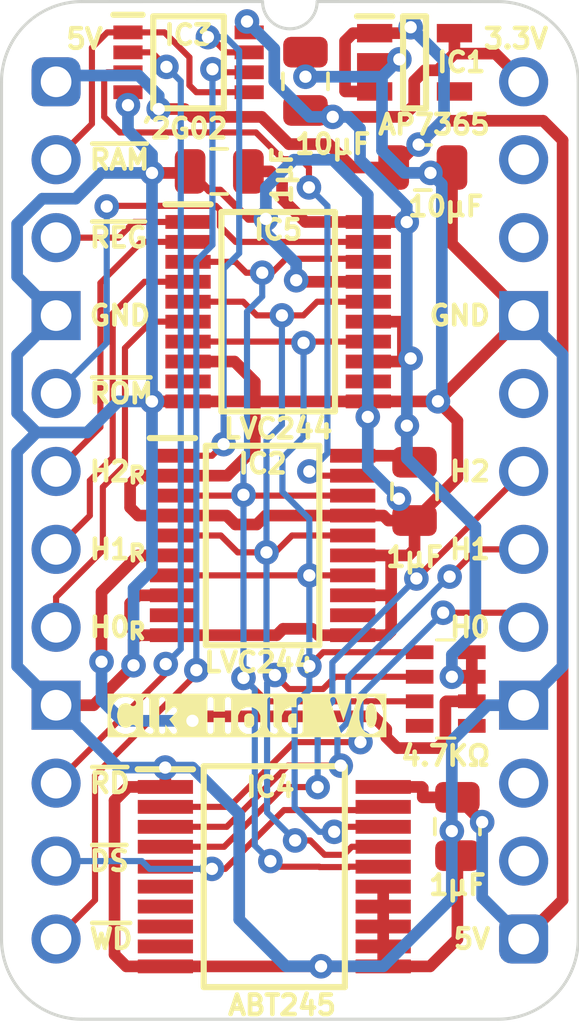
<source format=kicad_pcb>
(kicad_pcb (version 20241229) (generator "pcbnew") (generator_version "9.0")
  (title_block (title "Clock Hold Standard") (date "2024-02-16") (rev "V0"))
  (layers (0 "F.Cu" signal) (2 "B.Cu" signal) (13 "F.Paste" user) (15 "B.Paste" user) (5 "F.SilkS" user "F.Silkscreen") (7 "B.SilkS" user "B.Silkscreen") (1 "F.Mask" user) (3 "B.Mask" user) (25 "Edge.Cuts" user))
  (net 0 "")
  (net 1 "3.3V")
  (net 2 "GND")
  (net 3 "5V")
  (net 7 "~{Device RAM}")
  (net 10 "/~{RAM}+~{RD}")
  (net 11 "/H0")
  (net 12 "/H1")
  (net 13 "/H2")
  (net 14 "/~{RAM}+~{WD}")
  (net 15 "~{WD}")
  (net 16 "~{RD}")
  (net 17 "~{Device Select}")
  (net 18 "H0_{OUT}")
  (net 19 "H1_{OUT}")
  (net 22 "H2_{OUT}")
  (net 24 "~{Device ROM}")
  (net 32 "H0_{REG}")
  (net 35 "H1_{REG}")
  (net 36 "~{Device Registers}")
  (net 37 "H2_{REG}")
  (footprint "SamacSys_Parts:C_0805" (layer "F.Cu") (at 13.081 24.257 180)
    (property "Reference" "C4" (hide yes))
    (property "Value" "1μF")
  )
  (footprint "SamacSys_Parts:C_0805" (layer "F.Cu") (at 11.938 2.794 -90)
    (property "Reference" "C10" (hide yes))
    (property "Value" "10µF")
  )
  (footprint "SamacSys_Parts:SOT95P285X130-5N" (layer "F.Cu") (at 11.684 -0.635)
    (property "Reference" "IC1")
    (property "Value" "AP7365-33WG-7" (hide yes))
  )
  (footprint "SamacSys_Parts:DIP-24_Board_W15.24mm" (layer "F.Cu") (at 0 0)
    (property "Reference" "J1" (hide yes))
    (property "Value" "Board 2x12 W15.24mm" (hide yes))
    (fp_line (start -1.778 27.94) (end -1.778 0) (stroke (width 0.1)) (layer "Edge.Cuts"))
    (fp_line (start 6.731 -2.6162) (end 0.835732 -2.613732) (stroke (width 0.1)) (layer "Edge.Cuts"))
    (fp_line (start 14.404267 -2.613733) (end 8.509 -2.6162) (stroke (width 0.1)) (layer "Edge.Cuts"))
    (fp_line (start 14.404268 30.553732) (end 0.835733 30.553733) (stroke (width 0.1)) (layer "Edge.Cuts"))
    (fp_line (start 17.018 27.94) (end 17.017999 -0.000001) (stroke (width 0.1)) (layer "Edge.Cuts"))
    (fp_arc (start -1.778 0) (mid -1.012456 -1.848188) (end 0.835732 -2.613732) (stroke (width 0.1)) (layer "Edge.Cuts"))
    (fp_arc (start 0.835733 30.553733) (mid -1.012456 29.788189) (end -1.778 27.94) (stroke (width 0.1)) (layer "Edge.Cuts"))
    (fp_arc (start 8.509 -2.6162) (mid 7.62 -1.7272) (end 6.731 -2.6162) (stroke (width 0.1)) (layer "Edge.Cuts"))
    (fp_arc (start 14.404267 -2.613733) (mid 16.252455 -1.848189) (end 17.017999 -0.000001) (stroke (width 0.1)) (layer "Edge.Cuts"))
    (fp_arc (start 17.018 27.94) (mid 16.252455 29.788187) (end 14.404268 30.553732) (stroke (width 0.1)) (layer "Edge.Cuts"))
  )
  (footprint "SamacSys_Parts:SOP65P400X110-8N" (layer "F.Cu") (at 4.318 -0.635)
    (property "Reference" "IC3")
    (property "Value" "74LVC2G02DP,125" (hide yes))
  )
  (footprint "SamacSys_Parts:SOP65P640X110-20N" (layer "F.Cu") (at 6.731 15.113)
    (property "Reference" "IC2")
    (property "Value" "74LVC244APW,118" (hide yes))
  )
  (footprint "SamacSys_Parts:C_0805" (layer "F.Cu") (at 5.334 2.921 90)
    (property "Reference" "C2" (hide yes))
    (property "Value" "1μF")
  )
  (footprint "SamacSys_Parts:C_0805" (layer "F.Cu") (at 8.128 0)
    (property "Reference" "C11" (hide yes))
    (property "Value" "10µF")
  )
  (footprint "SamacSys_Parts:SOP65P640X110-20N" (layer "F.Cu") (at 7.239 7.493)
    (property "Reference" "IC5")
    (property "Value" "74LVC244APW,118" (hide yes))
  )
  (footprint "SamacSys_Parts:CAY16-F4" (layer "F.Cu") (at 12.7 19.812 180)
    (property "Reference" "RN1" (hide yes))
    (property "Value" "CAY16-472J4LF" (hide yes))
  )
  (footprint "SamacSys_Parts:C_0805" (layer "F.Cu") (at 11.684 13.335 180)
    (property "Reference" "C1" (hide yes))
    (property "Value" "1μF")
  )
  (footprint "SamacSys_Parts:SOP65P780X200-20N" (layer "F.Cu") (at 7.112 25.908)
    (property "Reference" "IC4")
    (property "Value" "SN74ABT245BDBR" (hide yes))
  )
  (gr_text "5V" (at 0.254 -1.397 0) (layer "F.SilkS") (effects (font (size 0.635 0.635) (thickness 0.15) (bold yes)) (justify left)))
  (gr_text "~{WD}" (at 1.016 27.94 0) (layer "F.SilkS") (effects (font (size 0.635 0.635) (thickness 0.15) (bold yes)) (justify left)))
  (gr_text "~{DS}" (at 1.016 25.4 0) (layer "F.SilkS") (effects (font (size 0.635 0.635) (thickness 0.15) (bold yes)) (justify left)))
  (gr_text "~{REG}" (at 1.016 5.08 0) (layer "F.SilkS") (effects (font (size 0.635 0.635) (thickness 0.15) (bold yes)) (justify left)))
  (gr_text "Clk Hold V0" (at 6.223 20.701 0) (layer "F.SilkS" knockout) (effects (font (size 1 1) (thickness 0.2) (bold yes))))
  (gr_text "GND" (at 14.224 7.62 0) (layer "F.SilkS") (effects (font (size 0.635 0.635) (thickness 0.15) (bold yes)) (justify right)))
  (gr_text "H2" (at 14.224 12.7 0) (layer "F.SilkS") (effects (font (size 0.635 0.635) (thickness 0.15) (bold yes)) (justify right)))
  (gr_text "H1" (at 14.224 15.24 0) (layer "F.SilkS") (effects (font (size 0.635 0.635) (thickness 0.15) (bold yes)) (justify right)))
  (gr_text "~{RAM}" (at 1.016 2.54 0) (layer "F.SilkS") (effects (font (size 0.635 0.635) (thickness 0.15) (bold yes)) (justify left)))
  (gr_text "~{RD}" (at 1.016 22.86 0) (layer "F.SilkS") (effects (font (size 0.635 0.635) (thickness 0.15) (bold yes)) (justify left)))
  (gr_text "~{ROM}" (at 1.016 10.16 0) (layer "F.SilkS") (effects (font (size 0.635 0.635) (thickness 0.15) (bold yes)) (justify left)))
  (gr_text "H1_{R}" (at 1.016 15.24 0) (layer "F.SilkS") (effects (font (size 0.635 0.635) (thickness 0.15) (bold yes)) (justify left)))
  (gr_text "GND" (at 1.016 7.62 0) (layer "F.SilkS") (effects (font (size 0.635 0.635) (thickness 0.15) (bold yes)) (justify left)))
  (gr_text "H2_{R}" (at 1.016 12.7 0) (layer "F.SilkS") (effects (font (size 0.635 0.635) (thickness 0.15) (bold yes)) (justify left)))
  (gr_text "H0_{R}" (at 1.016 17.78 0) (layer "F.SilkS") (effects (font (size 0.635 0.635) (thickness 0.15) (bold yes)) (justify left)))
  (gr_text "5V" (at 14.224 27.94 0) (layer "F.SilkS") (effects (font (size 0.635 0.635) (thickness 0.15) (bold yes)) (justify right)))
  (gr_text "3.3V" (at 14.986 -1.778 0) (layer "F.SilkS") (effects (font (size 0.635 0.635) (thickness 0.15) (bold yes)) (justify top)))
  (gr_text "H0" (at 14.224 17.78 0) (layer "F.SilkS") (effects (font (size 0.635 0.635) (thickness 0.15) (bold yes)) (justify right)))
  (segment (start 6.223081 -1.679919) (end 6.293 -1.61) (width 0.38) (layer "F.Cu") (net 1))
  (segment (start 10.760877 21.100181) (end 10.343494 20.6828) (width 0.38) (layer "F.Cu") (net 1))
  (segment (start 12.984 -1.585) (end 12.984 -0.919) (width 0.38) (layer "F.Cu") (net 1))
  (segment (start 6.223081 -1.965987) (end 6.223081 -1.679919) (width 0.38) (layer "F.Cu") (net 1))
  (segment (start 12.69 20.2228) (end 12.69 21.463) (width 0.38) (layer "F.Cu") (net 1))
  (segment (start 12.69 21.463) (end 12.436 21.717) (width 0.38) (layer "F.Cu") (net 1))
  (segment (start 4.5902 20.6828) (end 4.445 20.828) (width 0.38) (layer "F.Cu") (net 1))
  (segment (start 8.807995 0.934) (end 9.017 1.143005) (width 0.38) (layer "F.Cu") (net 1))
  (segment (start 13.55 19.3928) (end 13.55 20.1928) (width 0.38) (layer "F.Cu") (net 1))
  (segment (start 11.672995 -0.028995) (end 12.019 -0.375) (width 0.38) (layer "F.Cu") (net 1))
  (segment (start 11.2945 7.818) (end 11.3045 7.828) (width 0.38) (layer "F.Cu") (net 1))
  (segment (start 6.268 2.921) (end 6.985 2.921) (width 0.38) (layer "F.Cu") (net 1))
  (segment (start 2.6755 15.438) (end 1.481138 16.632362) (width 0.38) (layer "F.Cu") (net 1))
  (segment (start 11.29199 1.143005) (end 11.672995 0.762) (width 0.38) (layer "F.Cu") (net 1))
  (segment (start 13.55 19.3928) (end 13.55 18.5928) (width 0.38) (layer "F.Cu") (net 1))
  (segment (start 12.72 20.1928) (end 12.69 20.2228) (width 0.38) (layer "F.Cu") (net 1))
  (segment (start 11.2945 9.118) (end 10.177 9.118) (width 0.38) (layer "F.Cu") (net 1))
  (segment (start 1.481138 16.632362) (end 1.481138 18.903074) (width 0.38) (layer "F.Cu") (net 1))
  (segment (start 11.1192 21.717) (end 10.760877 21.358677) (width 0.38) (layer "F.Cu") (net 1))
  (segment (start 10.760877 21.358677) (end 10.760877 21.100181) (width 0.38) (layer "F.Cu") (net 1))
  (segment (start 9.017 1.143005) (end 11.29199 1.143005) (width 0.38) (layer "F.Cu") (net 1))
  (segment (start 6.985 2.921) (end 7.366 3.302) (width 0.38) (layer "F.Cu") (net 1))
  (segment (start 12.44 -0.375) (end 12.984 -0.919) (width 0.38) (layer "F.Cu") (net 1))
  (segment (start 13.55 20.1928) (end 12.72 20.1928) (width 0.38) (layer "F.Cu") (net 1))
  (segment (start 11.433536 12.150536) (end 11.433536 11.208) (width 0.38) (layer "F.Cu") (net 1))
  (segment (start 11.672995 0.762) (end 11.672995 -0.028995) (width 0.38) (layer "F.Cu") (net 1))
  (segment (start 3.793 15.438) (end 2.6755 15.438) (width 0.38) (layer "F.Cu") (net 1))
  (segment (start 10.177 7.818) (end 11.2945 7.818) (width 0.38) (layer "F.Cu") (net 1))
  (segment (start 12.019 -0.375) (end 12.44 -0.375) (width 0.38) (layer "F.Cu") (net 1))
  (segment (start 11.3045 7.828) (end 11.3045 9.108) (width 0.38) (layer "F.Cu") (net 1))
  (segment (start 8.128 0.934) (end 8.807995 0.934) (width 0.38) (layer "F.Cu") (net 1))
  (segment (start 9.669 12.188) (end 11.389 12.188) (width 0.38) (layer "F.Cu") (net 1))
  (segment (start 11.43 4.572) (end 10.181 4.572) (width 0.38) (layer "F.Cu") (net 1))
  (segment (start 8.124 4.568) (end 10.177 4.568) (width 0.38) (layer "F.Cu") (net 1))
  (segment (start 7.366 3.81) (end 8.124 4.568) (width 0.38) (layer "F.Cu") (net 1))
  (segment (start 11.3045 9.108) (end 11.2945 9.118) (width 0.38) (layer "F.Cu") (net 1))
  (segment (start 7.366 3.302) (end 7.366 3.81) (width 0.38) (layer "F.Cu") (net 1))
  (segment (start 10.343494 20.6828) (end 4.5902 20.6828) (width 0.38) (layer "F.Cu") (net 1))
  (segment (start 12.984 -0.919) (end 14.321 -0.919) (width 0.38) (layer "F.Cu") (net 1))
  (segment (start 12.436 21.717) (end 11.1192 21.717) (width 0.38) (layer "F.Cu") (net 1))
  (segment (start 13.55 19.3928) (end 12.900002 19.3928) (width 0.38) (layer "F.Cu") (net 1))
  (segment (start 14.321 -0.919) (end 15.24 0) (width 0.38) (layer "F.Cu") (net 1))
  (via (at 6.223081 -1.965987) (size 0.8) (drill 0.4) (layers "F.Cu" "B.Cu") (net 1))
  (via (at 11.433536 11.208) (size 0.8) (drill 0.4) (layers "F.Cu" "B.Cu") (net 1))
  (via (at 12.900002 19.3928) (size 0.8) (drill 0.4) (layers "F.Cu" "B.Cu") (net 1))
  (via (at 4.445 20.828) (size 0.8) (drill 0.4) (layers "F.Cu" "B.Cu") (net 1))
  (via (at 9.017 1.143005) (size 0.8) (drill 0.4) (layers "F.Cu" "B.Cu") (net 1))
  (via (at 11.43 4.572) (size 0.8) (drill 0.4) (layers "F.Cu" "B.Cu") (net 1))
  (via (at 1.481138 18.903074) (size 0.8) (drill 0.4) (layers "F.Cu" "B.Cu") (net 1))
  (via (at 11.557 9.017) (size 0.8) (drill 0.4) (layers "F.Cu" "B.Cu") (net 1))
  (segment (start 11.43 4.572) (end 11.43 8.89) (width 0.38) (layer "B.Cu") (net 1))
  (segment (start 11.43 8.89) (end 11.557 9.017) (width 0.38) (layer "B.Cu") (net 1))
  (segment (start 11.557 9.017) (end 11.433536 9.140464) (width 0.38) (layer "B.Cu") (net 1))
  (segment (start 9.525005 1.143005) (end 9.906 1.524) (width 0.38) (layer "B.Cu") (net 1))
  (segment (start 2.159 20.828) (end 4.445 20.828) (width 0.38) (layer "B.Cu") (net 1))
  (segment (start 9.017 1.143005) (end 9.525005 1.143005) (width 0.38) (layer "B.Cu") (net 1))
  (segment (start 6.223081 -1.965987) (end 7.112 -1.077068) (width 0.38) (layer "B.Cu") (net 1))
  (segment (start 12.900002 18.673998) (end 13.667 17.907) (width 0.38) (layer "B.Cu") (net 1))
  (segment (start 9.906 1.524) (end 9.906 2.54) (width 0.38) (layer "B.Cu") (net 1))
  (segment (start 11.433536 12.273268) (end 11.433536 11.208) (width 0.38) (layer "B.Cu") (net 1))
  (segment (start 8.264651 1.143005) (end 9.017 1.143005) (width 0.38) (layer "B.Cu") (net 1))
  (segment (start 7.112 -1.077068) (end 7.112 -0.009646) (width 0.38) (layer "B.Cu") (net 1))
  (segment (start 1.481138 18.903074) (end 1.481138 20.150138) (width 0.38) (layer "B.Cu") (net 1))
  (segment (start 11.433536 9.140464) (end 11.433536 11.208) (width 0.38) (layer "B.Cu") (net 1))
  (segment (start 12.900002 19.3928) (end 12.900002 18.673998) (width 0.38) (layer "B.Cu") (net 1))
  (segment (start 13.667 14.506732) (end 11.433536 12.273268) (width 0.38) (layer "B.Cu") (net 1))
  (segment (start 13.667 17.907) (end 13.667 14.506732) (width 0.38) (layer "B.Cu") (net 1))
  (segment (start 11.43 4.572) (end 11.43 4.064) (width 0.38) (layer "B.Cu") (net 1))
  (segment (start 11.43 4.064) (end 9.906 2.54) (width 0.38) (layer "B.Cu") (net 1))
  (segment (start 1.481138 20.150138) (end 2.159 20.828) (width 0.38) (layer "B.Cu") (net 1))
  (segment (start 7.112 -0.009646) (end 8.264651 1.143005) (width 0.38) (layer "B.Cu") (net 1))
  (segment (start 8.128 -0.966) (end 8.128 -0.165504) (width 0.38) (layer "F.Cu") (net 2))
  (segment (start 6.477 9.779) (end 5.816 9.118) (width 0.38) (layer "F.Cu") (net 2))
  (segment (start 11.684 14.301) (end 11.176 13.793) (width 0.38) (layer "F.Cu") (net 2))
  (segment (start 3.793 12.838) (end 5.577 12.838) (width 0.38) (layer "F.Cu") (net 2))
  (segment (start 2.7005 12.838) (end 3.793 12.838) (width 0.38) (layer "F.Cu") (net 2))
  (segment (start 8.3425 17.829) (end 7.39906 17.829) (width 0.38) (layer "F.Cu") (net 2))
  (segment (start 2.29 28.833) (end 3.562 28.833) (width 0.38) (layer "F.Cu") (net 2))
  (segment (start 2.6755 16.738) (end 2.413 17.0005) (width 0.38) (layer "F.Cu") (net 2))
  (segment (start 6.542501 14.429) (end 6.833501 14.138) (width 0.38) (layer "F.Cu") (net 2))
  (segment (start 0 20.32) (end 1.223532 20.32) (width 0.38) (layer "F.Cu") (net 2))
  (segment (start 7.39906 17.829) (end 7.19006 18.038) (width 0.38) (layer "F.Cu") (net 2))
  (segment (start 8.632 28.833) (end 8.636 28.829) (width 0.38) (layer "F.Cu") (net 2))
  (segment (start 4.301 10.418) (end 6.477 10.418) (width 0.38) (layer "F.Cu") (net 2))
  (segment (start 2.6755 14.138) (end 2.413 13.8755) (width 0.38) (layer "F.Cu") (net 2))
  (segment (start 2.6755 18.038) (end 2.524745 18.188755) (width 0.38) (layer "F.Cu") (net 2))
  (segment (start 2.413 13.8755) (end 2.413 13.1255) (width 0.38) (layer "F.Cu") (net 2))
  (segment (start 5.34595 3.54405) (end 6.271169 4.469269) (width 0.25) (layer "F.Cu") (net 2))
  (segment (start 13.081 27.94) (end 12.188 28.833) (width 0.38) (layer "F.Cu") (net 2))
  (segment (start 6.271169 4.469269) (end 6.837329 4.469269) (width 0.25) (layer "F.Cu") (net 2))
  (segment (start 15.24 7.620004) (end 12.446004 10.414) (width 0.38) (layer "F.Cu") (net 2))
  (segment (start 7.876096 6.518) (end 7.826096 6.468) (width 0.38) (layer "F.Cu") (net 2))
  (segment (start 3.562 22.983) (end 2.347964 22.983) (width 0.38) (layer "F.Cu") (net 2))
  (segment (start 10.662 28.833) (end 8.64 28.833) (width 0.38) (layer "F.Cu") (net 2))
  (segment (start 6.833501 14.138) (end 9.669 14.138) (width 0.38) (layer "F.Cu") (net 2))
  (segment (start 2.413 17.7755) (end 2.6755 18.038) (width 0.38) (layer "F.Cu") (net 2))
  (segment (start 3.562 28.833) (end 8.632 28.833) (width 0.38) (layer "F.Cu") (net 2))
  (segment (start 5.577 12.838) (end 6.477 11.938) (width 0.38) (layer "F.Cu") (net 2))
  (segment (start 9.669 18.038) (end 10.7865 18.038) (width 0.38) (layer "F.Cu") (net 2))
  (segment (start 10.16 10.435) (end 10.16 10.922) (width 0.38) (layer "F.Cu") (net 2))
  (segment (start 13.081 11.048996) (end 12.446004 10.414) (width 0.38) (layer "F.Cu") (net 2))
  (segment (start 5.555621 14.138) (end 5.846621 14.429) (width 0.38) (layer "F.Cu") (net 2))
  (segment (start 10.662 28.833) (end 10.662 28.183) (width 0.38) (layer "F.Cu") (net 2))
  (segment (start 12.442004 10.418) (end 12.446004 10.414) (width 0.38) (layer "F.Cu") (net 2))
  (segment (start 8.5515 18.038) (end 8.3425 17.829) (width 0.38) (layer "F.Cu") (net 2))
  (segment (start 10.384 -0.635) (end 11.09248 -0.635) (width 0.38) (layer "F.Cu") (net 2))
  (segment (start 4.301 10.418) (end 3.126 10.418) (width 0.38) (layer "F.Cu") (net 2))
  (segment (start 5.816 9.118) (end 4.301 9.118) (width 0.38) (layer "F.Cu") (net 2))
  (segment (start 11.486 15.438) (end 11.684 15.24) (width 0.38) (layer "F.Cu") (net 2))
  (segment (start 11.684 14.301) (end 13.081 12.904) (width 0.38) (layer "F.Cu") (net 2))
  (segment (start 11.684 15.24) (end 11.684 14.301) (width 0.38) (layer "F.Cu") (net 2))
  (segment (start 3.562 22.358) (end 3.562 22.983) (width 0.38) (layer "F.Cu") (net 2))
  (segment (start 11.09248 -0.635) (end 11.18875 -0.73127) (width 0.38) (layer "F.Cu") (net 2))
  (segment (start 12.904 5.284) (end 12.904 2.794) (width 0.38) (layer "F.Cu") (net 2))
  (segment (start 13.081 24.96774) (end 12.8985 24.78524) (width 0.38) (layer "F.Cu") (net 2))
  (segment (start 12.377544 2.794) (end 12.202701 2.968843) (width 0.38) (layer "F.Cu") (net 2))
  (segment (start 12.8985 24.78524) (end 12.8985 24.423) (width 0.38) (layer "F.Cu") (net 2))
  (segment (start 10.821 16.738) (end 9.669 16.738) (width 0.38) (layer "F.Cu") (net 2))
  (segment (start 10.922 16.839) (end 10.821 16.738) (width 0.38) (layer "F.Cu") (net 2))
  (segment (start 3.793 14.138) (end 5.555621 14.138) (width 0.38) (layer "F.Cu") (net 2))
  (segment (start 2.413 17.0005) (end 2.413 17.7755) (width 0.38) (layer "F.Cu") (net 2))
  (segment (start 10.177 6.518) (end 7.876096 6.518) (width 0.38) (layer "F.Cu") (net 2))
  (segment (start 3.793 16.738) (end 2.6755 16.738) (width 0.38) (layer "F.Cu") (net 2))
  (segment (start 10.7865 18.038) (end 10.922 17.9025) (width 0.38) (layer "F.Cu") (net 2))
  (segment (start 3.556 22.352) (end 3.562 22.358) (width 0.38) (layer "F.Cu") (net 2))
  (segment (start 1.905 28.448) (end 2.29 28.833) (width 0.38) (layer "F.Cu") (net 2))
  (segment (start 6.477 11.938) (end 6.477 10.418) (width 0.38) (layer "F.Cu") (net 2))
  (segment (start 8.128 -0.165504) (end 8.128004 -0.1655) (width 0.38) (layer "F.Cu") (net 2))
  (segment (start 2.6755 18.038) (end 3.793 18.038) (width 0.38) (layer "F.Cu") (net 2))
  (segment (start 6.477 10.418) (end 6.477 9.779) (width 0.38) (layer "F.Cu") (net 2))
  (segment (start 10.177 10.418) (end 12.442004 10.418) (width 0.38) (layer "F.Cu") (net 2))
  (segment (start 10.922 15.438) (end 11.486 15.438) (width 0.38) (layer "F.Cu") (net 2))
  (segment (start 4.318997 2.970003) (end 3.125995 2.970003) (width 0.38) (layer "F.Cu") (net 2))
  (segment (start 2.524745 18.188755) (end 2.524745 19.018787) (width 0.38) (layer "F.Cu") (net 2))
  (segment (start 6.477 10.418) (end 10.177 10.418) (width 0.38) (layer "F.Cu") (net 2))
  (segment (start 10.922 15.438) (end 10.922 16.637) (width 0.38) (layer "F.Cu") (net 2))
  (segment (start 1.905 23.425964) (end 1.905 28.448) (width 0.38) (layer "F.Cu") (net 2))
  (segment (start 2.343 0.34) (end 2.343 0.762004) (width 0.38) (layer "F.Cu") (net 2))
  (segment (start 1.223532 20.32) (end 2.524745 19.018787) (width 0.38) (layer "F.Cu") (net 2))
  (segment (start 10.662 27.533) (end 10.662 26.883) (width 0.38) (layer "F.Cu") (net 2))
  (segment (start 8.64 28.833) (end 8.636 28.829) (width 0.38) (layer "F.Cu") (net 2))
  (segment (start 12.904 2.794) (end 12.377544 2.794) (width 0.38) (layer "F.Cu") (net 2))
  (segment (start 9.669 18.038) (end 8.5515 18.038) (width 0.38) (layer "F.Cu") (net 2))
  (segment (start 12.188 28.833) (end 10.662 28.833) (width 0.38) (layer "F.Cu") (net 2))
  (segment (start 2.347964 22.983) (end 1.905 23.425964) (width 0.38) (layer "F.Cu") (net 2))
  (segment (start 13.081 12.904) (end 13.081 11.048996) (width 0.38) (layer "F.Cu") (net 2))
  (segment (start 10.831 14.301) (end 10.668 14.138) (width 0.38) (layer "F.Cu") (net 2))
  (segment (start 2.413 13.1255) (end 2.7005 12.838) (width 0.38) (layer "F.Cu") (net 2))
  (segment (start 10.668 14.138) (end 9.669 14.138) (width 0.38) (layer "F.Cu") (net 2))
  (segment (start 9.669 15.438) (end 10.922 15.438) (width 0.38) (layer "F.Cu") (net 2))
  (segment (start 13.081 25.223) (end 13.081 27.94) (width 0.38) (layer "F.Cu") (net 2))
  (segment (start 10.662 28.183) (end 10.662 27.533) (width 0.38) (layer "F.Cu") (net 2))
  (segment (start 5.846621 14.429) (end 6.542501 14.429) (width 0.38) (layer "F.Cu") (net 2))
  (segment (start 11.684 14.301) (end 10.831 14.301) (width 0.38) (layer "F.Cu") (net 2))
  (segment (start 4.99105 3.54405) (end 5.34595 3.54405) (width 0.25) (layer "F.Cu") (net 2))
  (segment (start 3.793 14.138) (end 2.6755 14.138) (width 0.38) (layer "F.Cu") (net 2))
  (segment (start 10.922 16.637) (end 10.821 16.738) (width 0.38) (layer "F.Cu") (net 2))
  (segment (start 10.922 17.9025) (end 10.922 16.839) (width 0.38) (layer "F.Cu") (net 2))
  (segment (start 7.19006 18.038) (end 3.793 18.038) (width 0.38) (layer "F.Cu") (net 2))
  (segment (start 15.24 7.62) (end 12.904 5.284) (width 0.38) (layer "F.Cu") (net 2))
  (segment (start 10.662 26.233) (end 10.662 26.883) (width 0.38) (layer "F.Cu") (net 2))
  (segment (start 3.126 10.418) (end 3.125995 10.417995) (width 0.38) (layer "F.Cu") (net 2))
  (segment (start 11.176 13.793) (end 11.176 13.589) (width 0.38) (layer "F.Cu") (net 2))
  (segment (start 4.368 2.921) (end 4.99105 3.54405) (width 0.25) (layer "F.Cu") (net 2))
  (via (at 11.176 13.589) (size 0.8) (drill 0.4) (layers "F.Cu" "B.Cu") (net 2))
  (via (at 11.18875 -0.73127) (size 0.8) (drill 0.4) (layers "F.Cu" "B.Cu") (net 2))
  (via (at 6.837329 4.469269) (size 0.8) (drill 0.4) (layers "F.Cu" "B.Cu") (net 2))
  (via (at 3.125995 10.417995) (size 0.8) (drill 0.4) (layers "F.Cu" "B.Cu") (net 2))
  (via (at 2.343 0.762004) (size 0.8) (drill 0.4) (layers "F.Cu" "B.Cu") (net 2))
  (via (at 2.524745 19.018787) (size 0.8) (drill 0.4) (layers "F.Cu" "B.Cu") (net 2))
  (via (at 3.125995 2.970003) (size 0.8) (drill 0.4) (layers "F.Cu" "B.Cu") (net 2))
  (via (at 12.8985 24.423) (size 0.8) (drill 0.4) (layers "F.Cu" "B.Cu") (net 2))
  (via (at 10.16 10.922) (size 0.8) (drill 0.4) (layers "F.Cu" "B.Cu") (net 2))
  (via (at 3.556 22.352) (size 0.8) (drill 0.4) (layers "F.Cu" "B.Cu") (net 2))
  (via (at 8.636 28.829) (size 0.8) (drill 0.4) (layers "F.Cu" "B.Cu") (net 2))
  (via (at 7.826096 6.468) (size 0.8) (drill 0.4) (layers "F.Cu" "B.Cu") (net 2))
  (via (at 12.446004 10.414) (size 0.8) (drill 0.4) (layers "F.Cu" "B.Cu") (net 2))
  (via (at 12.202701 2.968843) (size 0.8) (drill 0.4) (layers "F.Cu" "B.Cu") (net 2))
  (via (at 8.128004 -0.1655) (size 0.8) (drill 0.4) (layers "F.Cu" "B.Cu") (net 2))
  (segment (start 12.8985 24.423) (end 12.8985 21.4815) (width 0.38) (layer "B.Cu") (net 2))
  (segment (start 8.128004 -0.1655) (end 10.62298 -0.1655) (width 0.38) (layer "B.Cu") (net 2))
  (segment (start 2.028005 10.417995) (end 3.125995 10.417995) (width 0.38) (layer "B.Cu") (net 2))
  (segment (start 6.837329 3.449671) (end 6.837329 4.469269) (width 0.38) (layer "B.Cu") (net 2))
  (segment (start 12.8985 26.5985) (end 12.8985 24.423) (width 0.38) (layer "B.Cu") (net 2))
  (segment (start 2.343 0.762004) (end 2.343 1.581) (width 0.38) (layer "B.Cu") (net 2))
  (segment (start 2.524745 16.51) (end 2.524745 19.018787) (width 0.38) (layer "B.Cu") (net 2))
  (segment (start -1.27 8.89) (end -1.27 10.795) (width 0.38) (layer "B.Cu") (net 2))
  (segment (start 1.016 11.43) (end 2.028005 10.417995) (width 0.38) (layer "B.Cu") (net 2))
  (segment (start 4.445 22.352) (end 5.969 23.876) (width 0.38) (layer "B.Cu") (net 2))
  (segment (start -0.449 3.81) (end 0.635 3.81) (width 0.38) (layer "B.Cu") (net 2))
  (segment (start 7.826096 5.921096) (end 6.837329 4.932329) (width 0.38) (layer "B.Cu") (net 2))
  (segment (start -0.635 11.43) (end 1.016 11.43) (width 0.38) (layer "B.Cu") (net 2))
  (segment (start -1.27 10.795) (end -0.635 11.43) (width 0.38) (layer "B.Cu") (net 2))
  (segment (start 16.51 19.05) (end 15.24 20.32) (width 0.38) (layer "B.Cu") (net 2))
  (segment (start 0 7.62) (end -1.27 6.35) (width 0.38) (layer "B.Cu") (net 2))
  (segment (start 5.969 27.305) (end 7.493 28.829) (width 0.38) (layer "B.Cu") (net 2))
  (segment (start -1.27 19.05) (end 0 20.32) (width 0.38) (layer "B.Cu") (net 2))
  (segment (start 12.573 10.287004) (end 12.446004 10.414) (width 0.38) (layer "B.Cu") (net 2))
  (segment (start 3.125995 10.417995) (end 3.125995 15.90875) (width 0.38) (layer "B.Cu") (net 2))
  (segment (start 11.350843 2.968843) (end 12.202701 2.968843) (width 0.38) (layer "B.Cu") (net 2))
  (segment (start 10.668 28.829) (end 12.8985 26.5985) (width 0.38) (layer "B.Cu") (net 2))
  (segment (start 0 7.62) (end -1.27 8.89) (width 0.38) (layer "B.Cu") (net 2))
  (segment (start 3.125995 10.417995) (end 3.125995 2.970003) (width 0.38) (layer "B.Cu") (net 2))
  (segment (start 5.969 23.876) (end 5.969 27.305) (width 0.38) (layer "B.Cu") (net 2))
  (segment (start 10.62298 -0.1655) (end 11.18875 -0.73127) (width 0.38) (layer "B.Cu") (net 2))
  (segment (start 15.24 7.62) (end 16.51 8.89) (width 0.38) (layer "B.Cu") (net 2))
  (segment (start -1.27 4.631) (end -0.449 3.81) (width 0.38) (layer "B.Cu") (net 2))
  (segment (start -1.27 12.065) (end -1.27 19.05) (width 0.38) (layer "B.Cu") (net 2))
  (segment (start 10.62298 2.24098) (end 11.350843 2.968843) (width 0.38) (layer "B.Cu") (net 2))
  (segment (start 3.556 22.352) (end 4.445 22.352) (width 0.38) (layer "B.Cu") (net 2))
  (segment (start -1.27 6.35) (end -1.27 4.631) (width 0.38) (layer "B.Cu") (net 2))
  (segment (start 12.202701 2.968843) (end 12.573 3.339142) (width 0.38) (layer "B.Cu") (net 2))
  (segment (start 6.837329 4.932329) (end 6.837329 4.469269) (width 0.38) (layer "B.Cu") (net 2))
  (segment (start 3.556 22.352) (end 2.032 22.352) (width 0.38) (layer "B.Cu") (net 2))
  (segment (start 11.176 13.589) (end 10.16 12.573) (width 0.38) (layer "B.Cu") (net 2))
  (segment (start -0.635 11.43) (end -1.27 12.065) (width 0.38) (layer "B.Cu") (net 2))
  (segment (start 1.474997 2.970003) (end 3.125995 2.970003) (width 0.38) (layer "B.Cu") (net 2))
  (segment (start 7.826096 6.468) (end 7.826096 5.921096) (width 0.38) (layer "B.Cu") (net 2))
  (segment (start 2.343 1.581) (end 3.125995 2.363995) (width 0.38) (layer "B.Cu") (net 2))
  (segment (start 3.125995 15.90875) (end 2.524745 16.51) (width 0.38) (layer "B.Cu") (net 2))
  (segment (start 14.06 20.32) (end 15.24 20.32) (width 0.38) (layer "B.Cu") (net 2))
  (segment (start 0.635 3.81) (end 1.474997 2.970003) (width 0.38) (layer "B.Cu") (net 2))
  (segment (start 3.125995 2.363995) (end 3.125995 2.970003) (width 0.38) (layer "B.Cu") (net 2))
  (segment (start 10.62298 -0.1655) (end 10.62298 2.24098) (width 0.38) (layer "B.Cu") (net 2))
  (segment (start 9.017 2.54) (end 7.747 2.54) (width 0.38) (layer "B.Cu") (net 2))
  (segment (start 7.493 28.829) (end 8.636 28.829) (width 0.38) (layer "B.Cu") (net 2))
  (segment (start 2.032 22.352) (end 0 20.32) (width 0.38) (layer "B.Cu") (net 2))
  (segment (start 10.16 10.922) (end 10.16 3.683) (width 0.38) (layer "B.Cu") (net 2))
  (segment (start 7.747 2.54) (end 6.837329 3.449671) (width 0.38) (layer "B.Cu") (net 2))
  (segment (start 16.51 8.89) (end 16.51 19.05) (width 0.38) (layer "B.Cu") (net 2))
  (segment (start 8.636 28.829) (end 10.668 28.829) (width 0.38) (layer "B.Cu") (net 2))
  (segment (start 10.16 3.683) (end 9.017 2.54) (width 0.38) (layer "B.Cu") (net 2))
  (segment (start 10.16 12.573) (end 10.16 10.922) (width 0.38) (layer "B.Cu") (net 2))
  (segment (start 12.573 3.339142) (end 12.573 10.287004) (width 0.38) (layer "B.Cu") (net 2))
  (segment (start 12.8985 21.4815) (end 14.06 20.32) (width 0.38) (layer "B.Cu") (net 2))
  (segment (start 10.384 -1.585) (end 9.679 -1.585) (width 0.38) (layer "F.Cu") (net 3))
  (segment (start 11.364 -1.585) (end 11.557 -1.778) (width 0.38) (layer "F.Cu") (net 3))
  (segment (start 11.004 2.794) (end 11.751967 2.046033) (width 0.38) (layer "F.Cu") (net 3))
  (segment (start 13.888008 24.130008) (end 13.888008 24.130018) (width 0.38) (layer "F.Cu") (net 3))
  (segment (start 15.24 27.94) (end 16.51 26.67) (width 0.38) (layer "F.Cu") (net 3))
  (segment (start 9.419 -1.325) (end 9.419 0.305) (width 0.38) (layer "F.Cu") (net 3))
  (segment (start 7.588976 2.032) (end 6.699976 1.143) (width 0.38) (layer "F.Cu") (net 3))
  (segment (start 16.51 1.905) (end 15.875 1.27) (width 0.38) (layer "F.Cu") (net 3))
  (segment (start 11.952 23.323) (end 13.081 23.323) (width 0.38) (layer "F.Cu") (net 3))
  (segment (start 12.593472 1.27) (end 11.817439 2.046033) (width 0.38) (layer "F.Cu") (net 3))
  (segment (start 16.51 26.67) (end 16.51 1.905) (width 0.38) (layer "F.Cu") (net 3))
  (segment (start 4.191 0.889) (end 3.345 0.889) (width 0.38) (layer "F.Cu") (net 3))
  (segment (start 9.652 2.794) (end 8.89 2.032) (width 0.38) (layer "F.Cu") (net 3))
  (segment (start 4.445 1.143) (end 4.191 0.889) (width 0.38) (layer "F.Cu") (net 3))
  (segment (start 9.429 0.315) (end 10.384 0.315) (width 0.38) (layer "F.Cu") (net 3))
  (segment (start 11.917 22.983) (end 11.952 23.018) (width 0.38) (layer "F.Cu") (net 3))
  (segment (start 6.699976 1.143) (end 4.445 1.143) (width 0.38) (layer "F.Cu") (net 3))
  (segment (start 15.875 1.27) (end 12.593472 1.27) (width 0.38) (layer "F.Cu") (net 3))
  (segment (start 11.751967 2.046033) (end 11.817439 2.046033) (width 0.38) (layer "F.Cu") (net 3))
  (segment (start 9.679 -1.585) (end 9.419 -1.325) (width 0.38) (layer "F.Cu") (net 3))
  (segment (start 11.004 2.794) (end 9.652 2.794) (width 0.38) (layer "F.Cu") (net 3))
  (segment (start 13.081 23.323) (end 13.888008 24.130008) (width 0.38) (layer "F.Cu") (net 3))
  (segment (start 10.384 -1.585) (end 11.364 -1.585) (width 0.38) (layer "F.Cu") (net 3))
  (segment (start 10.662 22.983) (end 11.917 22.983) (width 0.38) (layer "F.Cu") (net 3))
  (segment (start 9.419 0.305) (end 9.429 0.315) (width 0.38) (layer "F.Cu") (net 3))
  (segment (start 11.952 23.018) (end 11.952 23.323) (width 0.38) (layer "F.Cu") (net 3))
  (segment (start 8.89 2.032) (end 7.588976 2.032) (width 0.38) (layer "F.Cu") (net 3))
  (via (at 3.345 0.889) (size 0.8) (drill 0.4) (layers "F.Cu" "B.Cu") (net 3))
  (via (at 11.557 -1.778) (size 0.8) (drill 0.4) (layers "F.Cu" "B.Cu") (net 3))
  (via (at 11.817439 2.046033) (size 0.8) (drill 0.4) (layers "F.Cu" "B.Cu") (net 3))
  (via (at 13.888008 24.130018) (size 0.8) (drill 0.4) (layers "F.Cu" "B.Cu") (net 3))
  (segment (start 3.345 0.44906) (end 3.345 0.889) (width 0.38) (layer "B.Cu") (net 3))
  (segment (start 2.69094 -0.205) (end 3.345 0.44906) (width 0.38) (layer "B.Cu") (net 3))
  (segment (start 0.205 -0.205) (end 2.69094 -0.205) (width 0.38) (layer "B.Cu") (net 3))
  (segment (start 12.645 1.218472) (end 11.817439 2.046033) (width 0.38) (layer "B.Cu") (net 3))
  (segment (start 12.645 -0.69) (end 12.645 1.218472) (width 0.38) (layer "B.Cu") (net 3))
  (segment (start 13.888008 26.588008) (end 13.888008 24.130018) (width 0.38) (layer "B.Cu") (net 3))
  (segment (start 11.557 -1.778) (end 12.645 -0.69) (width 0.38) (layer "B.Cu") (net 3))
  (segment (start 15.24 27.94) (end 13.888008 26.588008) (width 0.38) (layer "B.Cu") (net 3))
  (segment (start 3.534541 -1.61) (end 4.34694 -0.797601) (width 0.2) (layer "F.Cu") (net 7))
  (segment (start 1.668 -1.61) (end 2.343 -1.61) (width 0.2) (layer "F.Cu") (net 7))
  (segment (start 4.34694 -0.797601) (end 4.34694 0.11494) (width 0.2) (layer "F.Cu") (net 7))
  (segment (start 4.572 0.34) (end 6.293 0.34) (width 0.2) (layer "F.Cu") (net 7))
  (segment (start 1.168 1.372) (end 1.168 -1.11) (width 0.2) (layer "F.Cu") (net 7))
  (segment (start 4.34694 0.11494) (end 4.572 0.34) (width 0.2) (layer "F.Cu") (net 7))
  (segment (start 2.343 -1.61) (end 3.534541 -1.61) (width 0.2) (layer "F.Cu") (net 7))
  (segment (start 1.168 -1.11) (end 1.668 -1.61) (width 0.2) (layer "F.Cu") (net 7))
  (segment (start 0 2.54) (end 1.168 1.372) (width 0.2) (layer "F.Cu") (net 7))
  (segment (start 5.544101 -0.96) (end 5.047568 -1.456533) (width 0.2) (layer "F.Cu") (net 10))
  (segment (start 5.461 11.811) (end 5.084 12.188) (width 0.2) (layer "F.Cu") (net 10))
  (segment (start 5.084 12.188) (end 3.793 12.188) (width 0.2) (layer "F.Cu") (net 10))
  (segment (start 6.293 -0.96) (end 5.544101 -0.96) (width 0.2) (layer "F.Cu") (net 10))
  (segment (start 5.047568 -1.456533) (end 4.948148 -1.456533) (width 0.2) (layer "F.Cu") (net 10))
  (via (at 4.948148 -1.456533) (size 0.8) (drill 0.4) (layers "F.Cu" "B.Cu") (net 10))
  (via (at 5.461 11.811) (size 0.8) (drill 0.4) (layers "F.Cu" "B.Cu") (net 10))
  (segment (start 5.969 5.588) (end 5.969 -1.016) (width 0.2) (layer "B.Cu") (net 10))
  (segment (start 5.969 -1.016) (end 5.528467 -1.456533) (width 0.2) (layer "B.Cu") (net 10))
  (segment (start 5.528467 -1.456533) (end 4.948148 -1.456533) (width 0.2) (layer "B.Cu") (net 10))
  (segment (start 5.461 11.811) (end 5.461 6.096) (width 0.2) (layer "B.Cu") (net 10))
  (segment (start 5.461 6.096) (end 5.969 5.588) (width 0.2) (layer "B.Cu") (net 10))
  (segment (start 11.85 18.5928) (end 8.705 18.5928) (width 0.2) (layer "F.Cu") (net 11))
  (segment (start 10.177 8.468) (end 8.107006 8.468) (width 0.2) (layer "F.Cu") (net 11))
  (segment (start 9.669 16.088) (end 8.255 16.088) (width 0.2) (layer "F.Cu") (net 11))
  (segment (start 9.227409 24.283) (end 9.064497 24.445912) (width 0.2) (layer "F.Cu") (net 11))
  (segment (start 8.025002 8.468) (end 8.066004 8.509002) (width 0.2) (layer "F.Cu") (net 11))
  (segment (start 8.107006 8.468) (end 8.066004 8.509002) (width 0.2) (layer "F.Cu") (net 11))
  (segment (start 10.662 24.283) (end 9.227409 24.283) (width 0.2) (layer "F.Cu") (net 11))
  (segment (start 4.301 8.468) (end 8.025002 8.468) (width 0.2) (layer "F.Cu") (net 11))
  (segment (start 8.705 18.5928) (end 8.255 19.0428) (width 0.2) (layer "F.Cu") (net 11))
  (segment (start 3.793 16.088) (end 8.255 16.088) (width 0.2) (layer "F.Cu") (net 11))
  (via (at 9.064497 24.445912) (size 0.8) (drill 0.4) (layers "F.Cu" "B.Cu") (net 11))
  (via (at 8.255 16.088) (size 0.8) (drill 0.4) (layers "F.Cu" "B.Cu") (net 11))
  (via (at 8.255 19.0428) (size 0.8) (drill 0.4) (layers "F.Cu" "B.Cu") (net 11))
  (via (at 8.066004 8.509002) (size 0.8) (drill 0.4) (layers "F.Cu" "B.Cu") (net 11))
  (segment (start 8.255 19.0428) (end 8.255 16.088) (width 0.2) (layer "B.Cu") (net 11))
  (segment (start 8.066004 8.509002) (end 8.066004 11.574335) (width 0.2) (layer "B.Cu") (net 11))
  (segment (start 8.255 19.812) (end 7.775268 20.291732) (width 0.2) (layer "B.Cu") (net 11))
  (segment (start 8.066004 11.574335) (end 7.378 12.262339) (width 0.2) (layer "B.Cu") (net 11))
  (segment (start 7.775268 20.291732) (end 7.775268 23.650268) (width 0.2) (layer "B.Cu") (net 11))
  (segment (start 7.378 12.262339) (end 7.378 13.369331) (width 0.2) (layer "B.Cu") (net 11))
  (segment (start 7.378 13.369331) (end 8.255 14.246331) (width 0.2) (layer "B.Cu") (net 11))
  (segment (start 8.255 14.246331) (end 8.255 16.088) (width 0.2) (layer "B.Cu") (net 11))
  (segment (start 8.255 19.0428) (end 8.255 19.812) (width 0.2) (layer "B.Cu") (net 11))
  (segment (start 8.570912 24.445912) (end 9.064497 24.445912) (width 0.2) (layer "B.Cu") (net 11))
  (segment (start 7.775268 23.650268) (end 8.570912 24.445912) (width 0.2) (layer "B.Cu") (net 11))
  (segment (start 4.301 7.168) (end 6.096 7.168) (width 0.2) (layer "F.Cu") (net 12))
  (segment (start 5.920314 15.338) (end 6.858006 15.338) (width 0.2) (layer "F.Cu") (net 12))
  (segment (start 11.85 19.3928) (end 9.099861 19.3928) (width 0.2) (layer "F.Cu") (net 12))
  (segment (start 8.285729 24.727805) (end 7.791634 24.727805) (width 0.2) (layer "F.Cu") (net 12))
  (segment (start 7.590515 19.7928) (end 7.134417 19.336702) (width 0.2) (layer "F.Cu") (net 12))
  (segment (start 7.141 15.338) (end 6.858006 15.338) (width 0.2) (layer "F.Cu") (net 12))
  (segment (start 7.360815 7.613776) (end 6.541776 7.613776) (width 0.2) (layer "F.Cu") (net 12))
  (segment (start 8.753836 25.195912) (end 8.285729 24.727805) (width 0.2) (layer "F.Cu") (net 12))
  (segment (start 6.541776 7.613776) (end 6.096 7.168) (width 0.2) (layer "F.Cu") (net 12))
  (segment (start 9.375158 25.195912) (end 8.753836 25.195912) (width 0.2) (layer "F.Cu") (net 12))
  (segment (start 10.662 24.933) (end 9.63807 24.933) (width 0.2) (layer "F.Cu") (net 12))
  (segment (start 8.063224 7.613776) (end 8.509 7.168) (width 0.2) (layer "F.Cu") (net 12))
  (segment (start 10.177 7.168) (end 8.509 7.168) (width 0.2) (layer "F.Cu") (net 12))
  (segment (start 9.63807 24.933) (end 9.375158 25.195912) (width 0.2) (layer "F.Cu") (net 12))
  (segment (start 8.699861 19.7928) (end 7.590515 19.7928) (width 0.2) (layer "F.Cu") (net 12))
  (segment (start 5.370314 14.788) (end 5.920314 15.338) (width 0.2) (layer "F.Cu") (net 12))
  (segment (start 3.793 14.788) (end 5.370314 14.788) (width 0.2) (layer "F.Cu") (net 12))
  (segment (start 9.669 14.788) (end 7.691 14.788) (width 0.2) (layer "F.Cu") (net 12))
  (segment (start 9.099861 19.3928) (end 8.699861 19.7928) (width 0.2) (layer "F.Cu") (net 12))
  (segment (start 7.360815 7.613776) (end 8.063224 7.613776) (width 0.2) (layer "F.Cu") (net 12))
  (segment (start 7.691 14.788) (end 7.141 15.338) (width 0.2) (layer "F.Cu") (net 12))
  (via (at 7.791634 24.727805) (size 0.8) (drill 0.4) (layers "F.Cu" "B.Cu") (net 12))
  (via (at 7.134417 19.336702) (size 0.8) (drill 0.4) (layers "F.Cu" "B.Cu") (net 12))
  (via (at 7.360815 7.613776) (size 0.8) (drill 0.4) (layers "F.Cu" "B.Cu") (net 12))
  (via (at 6.858006 15.338) (size 0.8) (drill 0.4) (layers "F.Cu" "B.Cu") (net 12))
  (segment (start 7.360815 7.613776) (end 7.360815 11.181185) (width 0.2) (layer "B.Cu") (net 12))
  (segment (start 7.134417 19.336702) (end 6.877 19.594119) (width 0.2) (layer "B.Cu") (net 12))
  (segment (start 6.877 19.594119) (end 6.877 23.813171) (width 0.2) (layer "B.Cu") (net 12))
  (segment (start 6.858006 15.338) (end 6.858006 19.060291) (width 0.2) (layer "B.Cu") (net 12))
  (segment (start 6.877 23.813171) (end 7.791634 24.727805) (width 0.2) (layer "B.Cu") (net 12))
  (segment (start 6.858006 11.683994) (end 6.858006 15.338) (width 0.2) (layer "B.Cu") (net 12))
  (segment (start 6.858006 19.060291) (end 7.134417 19.336702) (width 0.2) (layer "B.Cu") (net 12))
  (segment (start 7.360815 11.181185) (end 6.858006 11.683994) (width 0.2) (layer "B.Cu") (net 12))
  (segment (start 6.719 6.223) (end 6.197 6.223) (width 0.2) (layer "F.Cu") (net 13))
  (segment (start 11.85 20.1928) (end 6.869799 20.1928) (width 0.2) (layer "F.Cu") (net 13))
  (segment (start 8.575239 25.583) (end 7.168 25.583) (width 0.2) (layer "F.Cu") (net 13))
  (segment (start 10.662 25.583) (end 9.553756 25.583) (width 0.2) (layer "F.Cu") (net 13))
  (segment (start 6.08201 13.488) (end 6.108006 13.462004) (width 0.2) (layer "F.Cu") (net 13))
  (segment (start 6.719 6.223) (end 7.038 6.223) (width 0.2) (layer "F.Cu") (net 13))
  (segment (start 6.134002 13.488) (end 6.108006 13.462004) (width 0.2) (layer "F.Cu") (net 13))
  (segment (start 9.553756 25.583) (end 9.540844 25.595912) (width 0.2) (layer "F.Cu") (net 13))
  (segment (start 3.793 13.488) (end 6.08201 13.488) (width 0.2) (layer "F.Cu") (net 13))
  (segment (start 10.077 5.768) (end 7.493 5.768) (width 0.2) (layer "F.Cu") (net 13))
  (segment (start 7.038 6.223) (end 7.493 5.768) (width 0.2) (layer "F.Cu") (net 13))
  (segment (start 7.168 25.583) (end 6.985 25.4) (width 0.2) (layer "F.Cu") (net 13))
  (segment (start 6.197 6.223) (end 5.842 5.868) (width 0.2) (layer "F.Cu") (net 13))
  (segment (start 8.58815 25.595912) (end 8.575239 25.583) (width 0.2) (layer "F.Cu") (net 13))
  (segment (start 6.869799 20.1928) (end 6.107999 19.431) (width 0.2) (layer "F.Cu") (net 13))
  (segment (start 9.540844 25.595912) (end 8.58815 25.595912) (width 0.2) (layer "F.Cu") (net 13))
  (segment (start 4.301 5.868) (end 5.842 5.868) (width 0.2) (layer "F.Cu") (net 13))
  (segment (start 9.669 13.488) (end 6.134002 13.488) (width 0.2) (layer "F.Cu") (net 13))
  (via (at 6.985 25.4) (size 0.8) (drill 0.4) (layers "F.Cu" "B.Cu") (net 13))
  (via (at 6.107999 19.431) (size 0.8) (drill 0.4) (layers "F.Cu" "B.Cu") (net 13))
  (via (at 6.108006 13.462004) (size 0.8) (drill 0.4) (layers "F.Cu" "B.Cu") (net 13))
  (via (at 6.719 6.223) (size 0.8) (drill 0.4) (layers "F.Cu" "B.Cu") (net 13))
  (segment (start 6.223 7.493) (end 6.223 12.192) (width 0.2) (layer "B.Cu") (net 13))
  (segment (start 6.108006 13.462004) (end 6.108006 19.430993) (width 0.2) (layer "B.Cu") (net 13))
  (segment (start 6.477 19.800001) (end 6.477 24.892) (width 0.2) (layer "B.Cu") (net 13))
  (segment (start 6.107999 19.431) (end 6.477 19.800001) (width 0.2) (layer "B.Cu") (net 13))
  (segment (start 6.108006 12.306994) (end 6.223 12.192) (width 0.2) (layer "B.Cu") (net 13))
  (segment (start 6.108006 13.462004) (end 6.108006 12.306994) (width 0.2) (layer "B.Cu") (net 13))
  (segment (start 6.719 6.223) (end 6.719 6.997) (width 0.2) (layer "B.Cu") (net 13))
  (segment (start 6.719 6.997) (end 6.223 7.493) (width 0.2) (layer "B.Cu") (net 13))
  (segment (start 6.108006 19.430993) (end 6.107999 19.431) (width 0.2) (layer "B.Cu") (net 13))
  (segment (start 6.477 24.892) (end 6.985 25.4) (width 0.2) (layer "B.Cu") (net 13))
  (segment (start 7.970115 2.522) (end 7.386011 2.522) (width 0.2) (layer "F.Cu") (net 14))
  (segment (start 6.51501 1.651) (end 2.076 1.651) (width 0.2) (layer "F.Cu") (net 14))
  (segment (start 1.668 -0.31) (end 2.343 -0.31) (width 0.2) (layer "F.Cu") (net 14))
  (segment (start 9.669 12.838) (end 8.393 12.838) (width 0.2) (layer "F.Cu") (net 14))
  (segment (start 6.51501 1.651) (end 7.386011 2.522) (width 0.2) (layer "F.Cu") (net 14))
  (segment (start 8.242115 2.794) (end 7.970115 2.522) (width 0.2) (layer "F.Cu") (net 14))
  (segment (start 2.076 1.651) (end 1.568 1.143) (width 0.2) (layer "F.Cu") (net 14))
  (segment (start 8.393 12.838) (end 8.255 12.7) (width 0.2) (layer "F.Cu") (net 14))
  (segment (start 8.242115 3.441885) (end 8.242115 2.794) (width 0.2) (layer "F.Cu") (net 14))
  (segment (start 1.568 1.143) (end 1.568 -0.21) (width 0.2) (layer "F.Cu") (net 14))
  (segment (start 1.568 -0.21) (end 1.668 -0.31) (width 0.2) (layer "F.Cu") (net 14))
  (via (at 8.255 12.7) (size 0.8) (drill 0.4) (layers "F.Cu" "B.Cu") (net 14))
  (via (at 8.242115 3.441885) (size 0.8) (drill 0.4) (layers "F.Cu" "B.Cu") (net 14))
  (segment (start 8.242115 3.441885) (end 8.844431 4.044201) (width 0.2) (layer "B.Cu") (net 14))
  (segment (start 8.844431 12.110569) (end 8.255 12.7) (width 0.2) (layer "B.Cu") (net 14))
  (segment (start 8.844431 4.044201) (end 8.844431 12.110569) (width 0.2) (layer "B.Cu") (net 14))
  (segment (start 1.27 26.67) (end 1.27 22.606) (width 0.2) (layer "F.Cu") (net 15))
  (segment (start 6.293 -0.31) (end 5.19694 -0.31) (width 0.2) (layer "F.Cu") (net 15))
  (segment (start 5.19694 -0.31) (end 5.09694 -0.41) (width 0.2) (layer "F.Cu") (net 15))
  (segment (start 4.572 19.304) (end 4.572 19.177) (width 0.2) (layer "F.Cu") (net 15))
  (segment (start 0 27.94) (end 1.27 26.67) (width 0.2) (layer "F.Cu") (net 15))
  (segment (start 1.27 22.606) (end 4.572 19.304) (width 0.2) (layer "F.Cu") (net 15))
  (via (at 4.572 19.177) (size 0.8) (drill 0.4) (layers "F.Cu" "B.Cu") (net 15))
  (via (at 5.09694 -0.41) (size 0.8) (drill 0.4) (layers "F.Cu" "B.Cu") (net 15))
  (segment (start 5.09694 5.31706) (end 4.572 5.842) (width 0.2) (layer "B.Cu") (net 15))
  (segment (start 5.09694 -0.41) (end 5.09694 5.31706) (width 0.2) (layer "B.Cu") (net 15))
  (segment (start 4.572 5.842) (end 4.572 19.177) (width 0.2) (layer "B.Cu") (net 15))
  (segment (start 3.573948 19.286052) (end 3.573948 18.977811) (width 0.2) (layer "F.Cu") (net 16))
  (segment (start 3.12388 -0.96) (end 3.59694 -0.48694) (width 0.2) (layer "F.Cu") (net 16))
  (segment (start 0 22.86) (end 3.573948 19.286052) (width 0.2) (layer "F.Cu") (net 16))
  (segment (start 2.343 -0.96) (end 3.12388 -0.96) (width 0.2) (layer "F.Cu") (net 16))
  (via (at 3.573948 18.977811) (size 0.8) (drill 0.4) (layers "F.Cu" "B.Cu") (net 16))
  (via (at 3.59694 -0.48694) (size 0.8) (drill 0.4) (layers "F.Cu" "B.Cu") (net 16))
  (segment (start 3.59694 -0.48694) (end 4.064 -0.01988) (width 0.2) (layer "B.Cu") (net 16))
  (segment (start 4.064 18.487759) (end 3.573948 18.977811) (width 0.2) (layer "B.Cu") (net 16))
  (segment (start 4.064 -0.01988) (end 4.064 18.487759) (width 0.2) (layer "B.Cu") (net 16))
  (segment (start 10.556688 23.738312) (end 7.426653 23.738312) (width 0.2) (layer "F.Cu") (net 17))
  (segment (start 5.510965 25.654) (end 5.08 25.654) (width 0.2) (layer "F.Cu") (net 17))
  (segment (start 7.426653 23.738312) (end 5.510965 25.654) (width 0.2) (layer "F.Cu") (net 17))
  (via (at 5.08 25.654) (size 0.8) (drill 0.4) (layers "F.Cu" "B.Cu") (net 17))
  (segment (start 3.048 25.654) (end 2.794 25.4) (width 0.2) (layer "B.Cu") (net 17))
  (segment (start 0 25.4) (end 2.794 25.4) (width 0.2) (layer "B.Cu") (net 17))
  (segment (start 5.08 25.654) (end 3.048 25.654) (width 0.2) (layer "B.Cu") (net 17))
  (segment (start 14.764701 17.304701) (end 12.615199 17.304701) (width 0.2) (layer "F.Cu") (net 18))
  (segment (start 7.757095 21.5228) (end 9.920876 21.5228) (width 0.2) (layer "F.Cu") (net 18))
  (segment (start 5.646895 23.633) (end 7.757095 21.5228) (width 0.2) (layer "F.Cu") (net 18))
  (segment (start 3.562 23.633) (end 5.646895 23.633) (width 0.2) (layer "F.Cu") (net 18))
  (via (at 9.920876 21.5228) (size 0.8) (drill 0.4) (layers "F.Cu" "B.Cu") (net 18))
  (via (at 12.615199 17.304701) (size 0.8) (drill 0.4) (layers "F.Cu" "B.Cu") (net 18))
  (segment (start 12.615199 17.304701) (end 9.920876 19.999024) (width 0.2) (layer "B.Cu") (net 18))
  (segment (start 9.920876 19.999024) (end 9.920876 21.5228) (width 0.2) (layer "B.Cu") (net 18))
  (segment (start 15.24 15.24) (end 13.716 15.24) (width 0.2) (layer "F.Cu") (net 19))
  (segment (start 5.562581 24.283) (end 7.556942 22.288639) (width 0.2) (layer "F.Cu") (net 19))
  (segment (start 3.562 24.283) (end 5.562581 24.283) (width 0.2) (layer "F.Cu") (net 19))
  (segment (start 13.716 15.24) (end 12.827 16.129) (width 0.2) (layer "F.Cu") (net 19))
  (segment (start 7.556942 22.288639) (end 9.278153 22.288639) (width 0.2) (layer "F.Cu") (net 19))
  (via (at 9.278153 22.288639) (size 0.8) (drill 0.4) (layers "F.Cu" "B.Cu") (net 19))
  (via (at 12.827 16.129) (size 0.8) (drill 0.4) (layers "F.Cu" "B.Cu") (net 19))
  (segment (start 9.520877 19.409073) (end 9.520877 20.862139) (width 0.2) (layer "B.Cu") (net 19))
  (segment (start 9.170877 21.212139) (end 9.170877 22.181363) (width 0.2) (layer "B.Cu") (net 19))
  (segment (start 12.827 16.129) (end 12.80095 16.129) (width 0.2) (layer "B.Cu") (net 19))
  (segment (start 9.170877 22.181363) (end 9.278153 22.288639) (width 0.2) (layer "B.Cu") (net 19))
  (segment (start 12.80095 16.129) (end 9.520877 19.409073) (width 0.2) (layer "B.Cu") (net 19))
  (segment (start 9.520877 20.862139) (end 9.170877 21.212139) (width 0.2) (layer "B.Cu") (net 19))
  (segment (start 15.24 12.7) (end 11.751537 16.188463) (width 0.2) (layer "F.Cu") (net 22))
  (segment (start 7.422374 22.988312) (end 8.525268 22.988312) (width 0.2) (layer "F.Cu") (net 22))
  (segment (start 5.477686 24.933) (end 7.422374 22.988312) (width 0.2) (layer "F.Cu") (net 22))
  (segment (start 3.562 24.933) (end 5.477686 24.933) (width 0.2) (layer "F.Cu") (net 22))
  (segment (start 11.751537 16.188463) (end 11.743478 16.188463) (width 0.2) (layer "F.Cu") (net 22))
  (via (at 11.743478 16.188463) (size 0.8) (drill 0.4) (layers "F.Cu" "B.Cu") (net 22))
  (via (at 8.525268 22.988312) (size 0.8) (drill 0.4) (layers "F.Cu" "B.Cu") (net 22))
  (segment (start 9.005 20.205) (end 8.525268 20.684732) (width 0.2) (layer "B.Cu") (net 22))
  (segment (start 9.005 18.926941) (end 9.005 20.205) (width 0.2) (layer "B.Cu") (net 22))
  (segment (start 8.525268 20.684732) (end 8.525268 22.988312) (width 0.2) (layer "B.Cu") (net 22))
  (segment (start 11.743478 16.188463) (end 9.005 18.926941) (width 0.2) (layer "B.Cu") (net 22))
  (segment (start 5.3385 4.7035) (end 5.3385 4.1745) (width 0.2) (layer "F.Cu") (net 24))
  (segment (start 5.207 4.043) (end 1.672 4.043) (width 0.2) (layer "F.Cu") (net 24))
  (segment (start 10.177 5.218) (end 5.853 5.218) (width 0.2) (layer "F.Cu") (net 24))
  (segment (start 5.3385 4.1745) (end 5.207 4.043) (width 0.2) (layer "F.Cu") (net 24))
  (segment (start 1.672 4.043) (end 1.651 4.064) (width 0.2) (layer "F.Cu") (net 24))
  (segment (start 5.853 5.218) (end 5.3385 4.7035) (width 0.2) (layer "F.Cu") (net 24))
  (via (at 1.651 4.064) (size 0.8) (drill 0.4) (layers "F.Cu" "B.Cu") (net 24))
  (segment (start 0 10.16) (end 1.651 8.509) (width 0.2) (layer "B.Cu") (net 24))
  (segment (start 1.651 8.509) (end 1.651 4.064) (width 0.2) (layer "B.Cu") (net 24))
  (segment (start 0 17.78) (end 0 16.795635) (width 0.2) (layer "F.Cu") (net 32))
  (segment (start 1.524 15.271635) (end 1.524 13.208) (width 0.2) (layer "F.Cu") (net 32))
  (segment (start 3.104 7.818) (end 4.301 7.818) (width 0.2) (layer "F.Cu") (net 32))
  (segment (start 2.245 12.487) (end 2.245 8.677) (width 0.2) (layer "F.Cu") (net 32))
  (segment (start 1.524 13.208) (end 2.245 12.487) (width 0.2) (layer "F.Cu") (net 32))
  (segment (start 2.245 8.677) (end 3.104 7.818) (width 0.2) (layer "F.Cu") (net 32))
  (segment (start 0 16.795635) (end 1.524 15.271635) (width 0.2) (layer "F.Cu") (net 32))
  (segment (start 1.845 7.553) (end 1.845 12.252) (width 0.2) (layer "F.Cu") (net 35))
  (segment (start 4.301 6.518) (end 2.88 6.518) (width 0.2) (layer "F.Cu") (net 35))
  (segment (start 1.1 12.997) (end 1.1 14.14) (width 0.2) (layer "F.Cu") (net 35))
  (segment (start 2.88 6.518) (end 1.845 7.553) (width 0.2) (layer "F.Cu") (net 35))
  (segment (start 1.1 14.14) (end 0 15.24) (width 0.2) (layer "F.Cu") (net 35))
  (segment (start 1.845 12.252) (end 1.1 12.997) (width 0.2) (layer "F.Cu") (net 35))
  (segment (start 2.032 5.08) (end 2.544 4.568) (width 0.2) (layer "F.Cu") (net 36))
  (segment (start 0 5.08) (end 2.032 5.08) (width 0.2) (layer "F.Cu") (net 36))
  (segment (start 2.544 4.568) (end 4.301 4.568) (width 0.2) (layer "F.Cu") (net 36))
  (segment (start 0 12.7) (end 1.445 11.255) (width 0.2) (layer "F.Cu") (net 37))
  (segment (start 1.445 6.556) (end 2.783 5.218) (width 0.2) (layer "F.Cu") (net 37))
  (segment (start 1.445 11.255) (end 1.445 6.556) (width 0.2) (layer "F.Cu") (net 37))
  (segment (start 2.783 5.218) (end 4.301 5.218) (width 0.2) (layer "F.Cu") (net 37))
)
</source>
